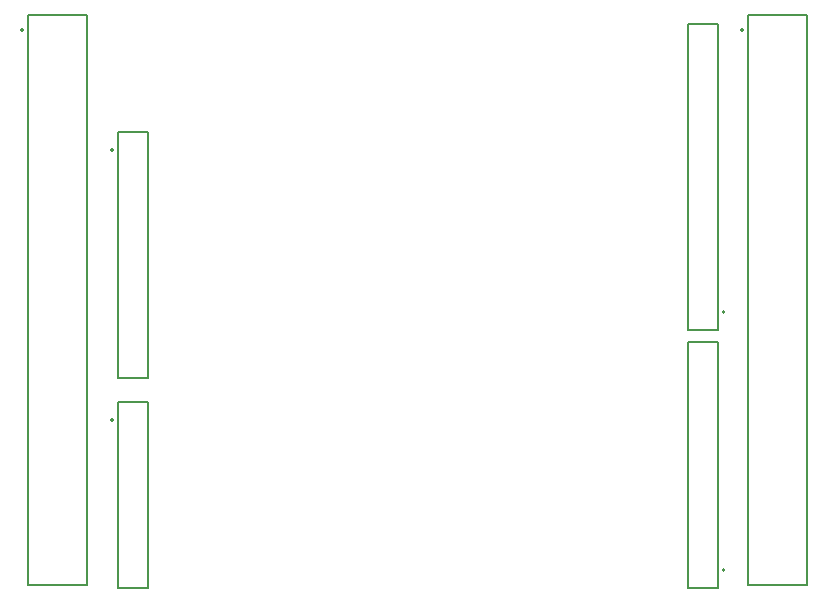
<source format=gto>
G04 Layer_Color=65535*
%FSLAX25Y25*%
%MOIN*%
G70*
G01*
G75*
%ADD17C,0.00787*%
%ADD18C,0.00500*%
D17*
X238504Y273441D02*
G03*
X238504Y273441I-394J0D01*
G01*
X442283Y133441D02*
G03*
X442283Y133441I-394J0D01*
G01*
X238504Y183441D02*
G03*
X238504Y183441I-394J0D01*
G01*
X442283Y219425D02*
G03*
X442283Y219425I-394J0D01*
G01*
X208504Y313441D02*
G03*
X208504Y313441I-394J0D01*
G01*
X448504D02*
G03*
X448504Y313441I-394J0D01*
G01*
D18*
X240079Y197457D02*
Y279425D01*
Y197457D02*
X249921D01*
Y279425D01*
X240079D02*
X249921D01*
X439921Y127457D02*
Y209425D01*
X430079D02*
X439921D01*
X430079Y127457D02*
Y209425D01*
Y127457D02*
X439921D01*
X240079D02*
Y189425D01*
Y127457D02*
X249921D01*
Y189425D01*
X240079D02*
X249921D01*
X439921Y213441D02*
Y315409D01*
X430079D02*
X439921D01*
X430079Y213441D02*
Y315409D01*
Y213441D02*
X439921D01*
X450157Y128441D02*
Y318441D01*
Y128441D02*
X469842D01*
Y318441D01*
X450157D02*
X469842D01*
X210157Y128441D02*
Y318441D01*
Y128441D02*
X229842D01*
Y318441D01*
X210157D02*
X229842D01*
M02*

</source>
